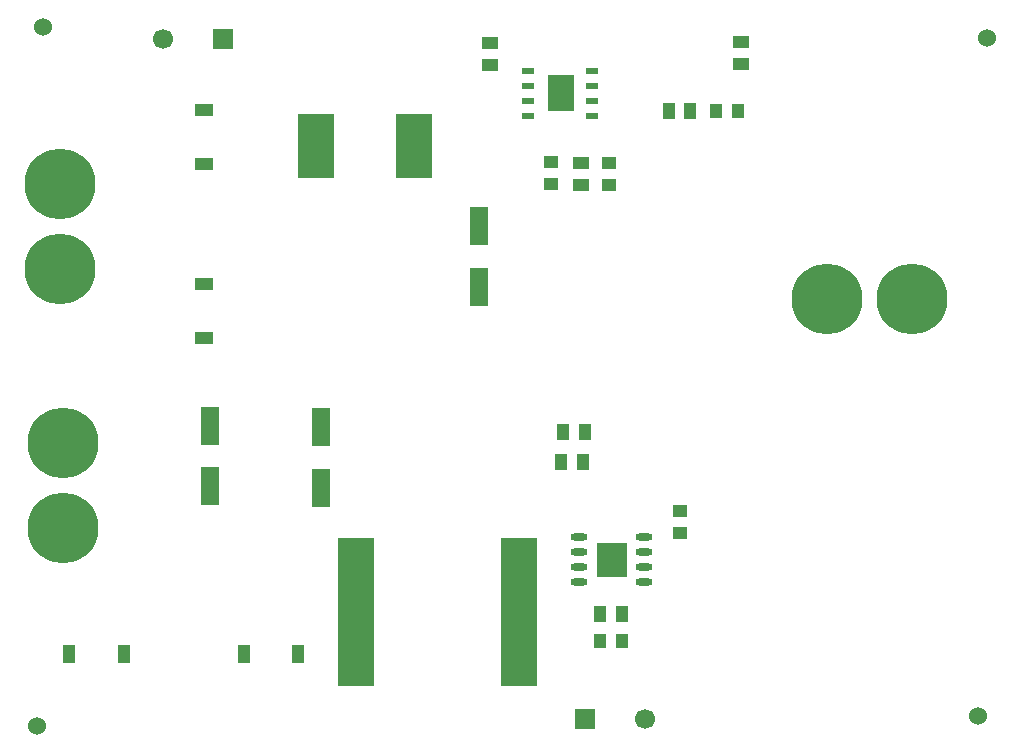
<source format=gbr>
%TF.GenerationSoftware,Altium Limited,Altium Designer,19.1.8 (144)*%
G04 Layer_Color=255*
%FSLAX26Y26*%
%MOIN*%
%TF.FileFunction,Pads,Top*%
%TF.Part,Single*%
G01*
G75*
%TA.AperFunction,SMDPad,CuDef*%
%ADD10O,0.057087X0.023622*%
%ADD11R,0.098425X0.118110*%
%ADD12R,0.043307X0.019685*%
%ADD13R,0.086614X0.122047*%
%ADD14R,0.062992X0.125984*%
%ADD15R,0.124016X0.492126*%
%ADD16R,0.122047X0.216535*%
%ADD17R,0.055118X0.041339*%
%ADD18R,0.051181X0.041339*%
%ADD19R,0.041339X0.051181*%
%ADD20R,0.041339X0.055118*%
%TA.AperFunction,ComponentPad*%
%ADD29R,0.059055X0.039370*%
%ADD30R,0.039370X0.059055*%
%ADD31C,0.236220*%
%TA.AperFunction,ViaPad*%
%ADD32C,0.060000*%
%TA.AperFunction,ComponentPad*%
%ADD33R,0.066929X0.066929*%
%ADD34C,0.066929*%
D10*
X1947165Y755000D02*
D03*
Y705000D02*
D03*
Y655000D02*
D03*
Y605000D02*
D03*
X2161732Y755000D02*
D03*
Y705000D02*
D03*
Y655000D02*
D03*
Y605000D02*
D03*
D11*
X2054449Y680000D02*
D03*
D12*
X1777165Y2210000D02*
D03*
Y2260000D02*
D03*
Y2310000D02*
D03*
Y2160000D02*
D03*
X1989764D02*
D03*
Y2310000D02*
D03*
Y2260000D02*
D03*
Y2210000D02*
D03*
D13*
X1884724Y2235394D02*
D03*
D14*
X717165Y1125000D02*
D03*
Y924213D02*
D03*
X1085000Y1120787D02*
D03*
Y920000D02*
D03*
X1612165Y1590000D02*
D03*
Y1790787D02*
D03*
D15*
X1202677Y505000D02*
D03*
X1745000D02*
D03*
D16*
X1396772Y2060000D02*
D03*
X1070000D02*
D03*
D17*
X1952165Y2002835D02*
D03*
Y1930000D02*
D03*
X2485000Y2332165D02*
D03*
Y2405000D02*
D03*
X1650000Y2402835D02*
D03*
Y2330000D02*
D03*
D18*
X1852165Y1932165D02*
D03*
Y2005000D02*
D03*
X2047165Y1928583D02*
D03*
Y2001417D02*
D03*
X2282165Y841417D02*
D03*
Y768583D02*
D03*
D19*
X2475000Y2175000D02*
D03*
X2402165D02*
D03*
X2090000Y410000D02*
D03*
X2017165D02*
D03*
D20*
X2244331Y2175000D02*
D03*
X2317165D02*
D03*
X1965000Y1105000D02*
D03*
X1892165D02*
D03*
X1960000Y1005000D02*
D03*
X1887165D02*
D03*
X2088583Y500000D02*
D03*
X2015748D02*
D03*
D29*
X695000Y1997638D02*
D03*
X695197Y2178740D02*
D03*
X695000Y1600000D02*
D03*
X695197Y1416929D02*
D03*
D30*
X827638Y365000D02*
D03*
X1008740Y364803D02*
D03*
X430000Y365000D02*
D03*
X246929Y364803D02*
D03*
D31*
X225000Y1068465D02*
D03*
Y785000D02*
D03*
X215000Y1933465D02*
D03*
Y1650000D02*
D03*
X3055630Y1550000D02*
D03*
X2772165D02*
D03*
D32*
X3305000Y2420000D02*
D03*
X3275000Y160000D02*
D03*
X140000Y125000D02*
D03*
X160000Y2455000D02*
D03*
D33*
X1965000Y150000D02*
D03*
X760000Y2415000D02*
D03*
D34*
X2165000Y150000D02*
D03*
X560000Y2415000D02*
D03*
%TF.MD5,605d591cf499af9aa71182cc97c938a4*%
M02*

</source>
